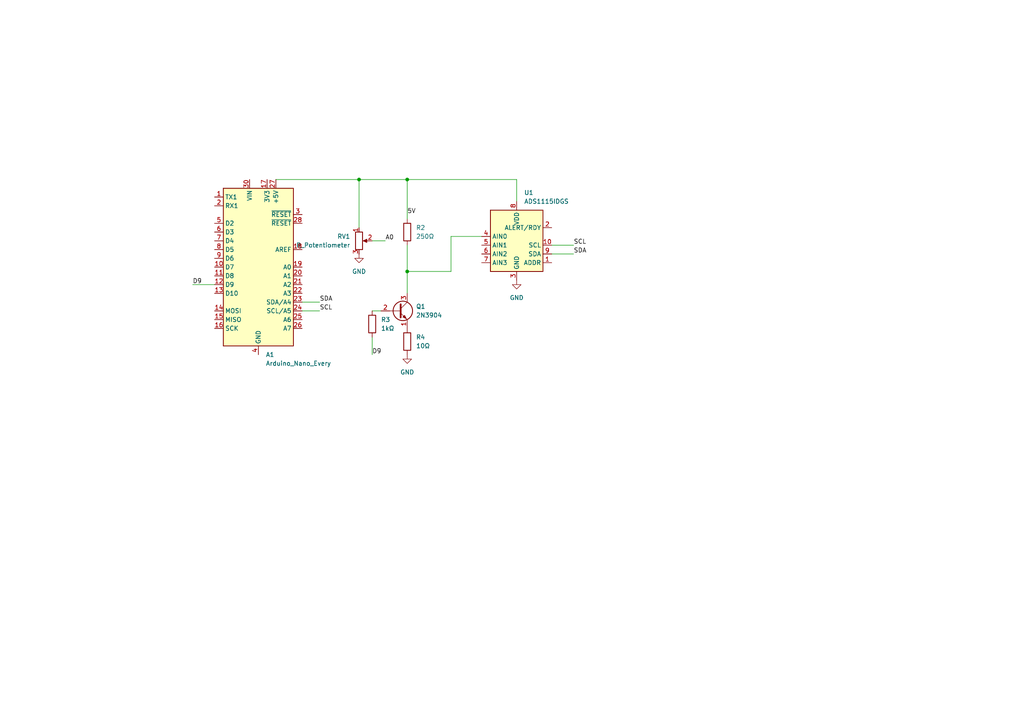
<source format=kicad_sch>
(kicad_sch (version 20250114) (generator "eeschema") (generator_version "9.0")
  (paper "A4")
  (title_block (title "Prototype Current Sensing") (date "2025-05-18"))
  (lib_symbols
    (symbol "Analog_ADC:ADS1115IDGS"
      (property "Reference" "U" (at 2.54 13.97 0))
      (property "Value" "ADS1115IDGS" (at 7.62 11.43 0))
      (symbol "ADS1115IDGS_0_1"
        (rectangle (start -7.62 10.16) (end 7.62 -7.62) (stroke (width 0.254)) (fill (type background)))
      )
      (symbol "ADS1115IDGS_1_1"
        (pin input line (at -10.16 2.54 0) (length 2.54) (name "AIN0") (number "4"))
        (pin input line (at -10.16 0 0) (length 2.54) (name "AIN1") (number "5"))
        (pin input line (at -10.16 -2.54 0) (length 2.54) (name "AIN2") (number "6"))
        (pin input line (at -10.16 -5.08 0) (length 2.54) (name "AIN3") (number "7"))
        (pin power_in line (at 0 12.7 270) (length 2.54) (name "VDD") (number "8"))
        (pin power_in line (at 0 -10.16 90) (length 2.54) (name "GND") (number "3"))
        (pin output line (at 10.16 5.08 180) (length 2.54) (name "ALERT/RDY") (number "2"))
        (pin input line (at 10.16 0 180) (length 2.54) (name "SCL") (number "10"))
        (pin bidirectional line (at 10.16 -2.54 180) (length 2.54) (name "SDA") (number "9"))
        (pin input line (at 10.16 -5.08 180) (length 2.54) (name "ADDR") (number "1"))
      )
    )
    (symbol "Device:R" (pin_numbers (hide yes)) (pin_names (offset 0))
      (property "Reference" "R" (at 2.032 0 90))
      (property "Value" "R" (at 0 0 90))
      (symbol "R_0_1"
        (rectangle (start -1.016 -2.54) (end 1.016 2.54) (stroke (width 0.254)))
      )
      (symbol "R_1_1"
        (pin passive line (at 0 3.81 270) (length 1.27) (name "~") (number "1"))
        (pin passive line (at 0 -3.81 90) (length 1.27) (name "~") (number "2"))
      )
    )
    (symbol "Device:R_Potentiometer" (pin_names (offset 1.016) (hide yes))
      (property "Reference" "RV" (at -4.445 0 90))
      (property "Value" "R_Potentiometer" (at -2.54 0 90))
      (symbol "R_Potentiometer_0_1"
        (rectangle (start 1.016 2.54) (end -1.016 -2.54) (stroke (width 0.254)))
        (polyline (pts (xy 1.143 0) (xy 2.286 0.508) (xy 2.286 -0.508) (xy 1.143 0)) (fill (type outline)))
        (polyline (pts (xy 2.54 0) (xy 1.524 0)))
      )
      (symbol "R_Potentiometer_1_1"
        (pin passive line (at 0 3.81 270) (length 1.27) (name "1") (number "1"))
        (pin passive line (at 0 -3.81 90) (length 1.27) (name "3") (number "3"))
        (pin passive line (at 3.81 0 180) (length 1.27) (name "2") (number "2"))
      )
    )
    (symbol "MCU_Module:Arduino_Nano_Every"
      (property "Reference" "A" (at -10.16 23.495 0))
      (property "Value" "Arduino_Nano_Every" (at 5.08 -24.13 0))
      (symbol "Arduino_Nano_Every_0_1"
        (rectangle (start -10.16 22.86) (end 10.16 -22.86) (stroke (width 0.254)) (fill (type background)))
      )
      (symbol "Arduino_Nano_Every_1_1"
        (pin bidirectional line (at -12.7 20.32 0) (length 2.54) (name "TX1") (number "1"))
        (pin bidirectional line (at -12.7 17.78 0) (length 2.54) (name "RX1") (number "2"))
        (pin bidirectional line (at -12.7 12.7 0) (length 2.54) (name "D2") (number "5"))
        (pin bidirectional line (at -12.7 10.16 0) (length 2.54) (name "D3") (number "6"))
        (pin bidirectional line (at -12.7 7.62 0) (length 2.54) (name "D4") (number "7"))
        (pin bidirectional line (at -12.7 5.08 0) (length 2.54) (name "D5") (number "8"))
        (pin bidirectional line (at -12.7 2.54 0) (length 2.54) (name "D6") (number "9"))
        (pin bidirectional line (at -12.7 0 0) (length 2.54) (name "D7") (number "10"))
        (pin bidirectional line (at -12.7 -2.54 0) (length 2.54) (name "D8") (number "11"))
        (pin bidirectional line (at -12.7 -5.08 0) (length 2.54) (name "D9") (number "12"))
        (pin bidirectional line (at -12.7 -7.62 0) (length 2.54) (name "D10") (number "13"))
        (pin bidirectional line (at -12.7 -12.7 0) (length 2.54) (name "MOSI") (number "14"))
        (pin bidirectional line (at -12.7 -15.24 0) (length 2.54) (name "MISO") (number "15"))
        (pin bidirectional line (at -12.7 -17.78 0) (length 2.54) (name "SCK") (number "16"))
        (pin power_in line (at -2.54 25.4 270) (length 2.54) (name "VIN") (number "30"))
        (pin passive line (at 0 -25.4 90) (length 2.54) (hide yes) (name "GND") (number "29"))
        (pin power_in line (at 0 -25.4 90) (length 2.54) (name "GND") (number "4"))
        (pin power_out line (at 2.54 25.4 270) (length 2.54) (name "3V3") (number "17"))
        (pin power_out line (at 5.08 25.4 270) (length 2.54) (name "+5V") (number "27"))
        (pin input line (at 12.7 15.24 180) (length 2.54) (name "~{RESET}") (number "3"))
        (pin input line (at 12.7 12.7 180) (length 2.54) (name "~{RESET}") (number "28"))
        (pin input line (at 12.7 5.08 180) (length 2.54) (name "AREF") (number "18"))
        (pin bidirectional line (at 12.7 0 180) (length 2.54) (name "A0") (number "19"))
        (pin bidirectional line (at 12.7 -2.54 180) (length 2.54) (name "A1") (number "20"))
        (pin bidirectional line (at 12.7 -5.08 180) (length 2.54) (name "A2") (number "21"))
        (pin bidirectional line (at 12.7 -7.62 180) (length 2.54) (name "A3") (number "22"))
        (pin bidirectional line (at 12.7 -10.16 180) (length 2.54) (name "SDA/A4") (number "23"))
        (pin bidirectional line (at 12.7 -12.7 180) (length 2.54) (name "SCL/A5") (number "24"))
        (pin bidirectional line (at 12.7 -15.24 180) (length 2.54) (name "A6") (number "25"))
        (pin bidirectional line (at 12.7 -17.78 180) (length 2.54) (name "A7") (number "26"))
      )
    )
    (symbol "Transistor_BJT:2N3904" (pin_names (offset 0) (hide yes))
      (property "Reference" "Q" (at 5.08 1.905 0))
      (property "Value" "2N3904" (at 5.08 0 0))
      (symbol "2N3904_0_1"
        (polyline (pts (xy -2.54 0) (xy 0.635 0)))
        (polyline (pts (xy 0.635 1.905) (xy 0.635 -1.905)) (stroke (width 0.508)))
        (circle (center 1.27 0) (radius 2.8194) (stroke (width 0.254)))
      )
      (symbol "2N3904_1_1"
        (polyline (pts (xy 0.635 0.635) (xy 2.54 2.54)))
        (polyline (pts (xy 0.635 -0.635) (xy 2.54 -2.54)))
        (polyline (pts (xy 1.27 -1.778) (xy 1.778 -1.27) (xy 2.286 -2.286) (xy 1.27 -1.778)) (fill (type outline)))
        (pin input line (at -5.08 0 0) (length 2.54) (name "B") (number "2"))
        (pin passive line (at 2.54 5.08 270) (length 2.54) (name "C") (number "3"))
        (pin passive line (at 2.54 -5.08 90) (length 2.54) (name "E") (number "1"))
      )
    )
    (symbol "power:GND" (power) (pin_numbers (hide yes)) (pin_names (offset 0) (hide yes))
      (property "Value" "GND" (at 0 -3.81 0))
      (symbol "GND_0_1"
        (polyline (pts (xy 0 0) (xy 0 -1.27) (xy 1.27 -1.27) (xy 0 -2.54) (xy -1.27 -1.27) (xy 0 -1.27)))
      )
      (symbol "GND_1_1"
        (pin power_in line (at 0 0 270) (length 0) (name "~") (number "1"))
      )
    )
  )
  (junction (at 104.14 52.07))
  (junction (at 118.11 52.07))
  (junction (at 118.11 78.74))
  (wire (pts (xy 118.11 78.74) (xy 118.11 85.09)))
  (wire (pts (xy 160.02 73.66) (xy 166.37 73.66)))
  (wire (pts (xy 130.81 78.74) (xy 118.11 78.74)))
  (wire (pts (xy 107.95 97.79) (xy 107.95 102.87)))
  (wire (pts (xy 80.01 52.07) (xy 104.14 52.07)))
  (wire (pts (xy 87.63 90.17) (xy 92.71 90.17)))
  (wire (pts (xy 149.86 52.07) (xy 118.11 52.07)))
  (wire (pts (xy 118.11 63.5) (xy 118.11 52.07)))
  (wire (pts (xy 149.86 58.42) (xy 149.86 52.07)))
  (wire (pts (xy 87.63 87.63) (xy 92.71 87.63)))
  (wire (pts (xy 130.81 68.58) (xy 130.81 78.74)))
  (wire (pts (xy 107.95 69.85) (xy 111.76 69.85)))
  (wire (pts (xy 55.88 82.55) (xy 62.23 82.55)))
  (wire (pts (xy 107.95 90.17) (xy 110.49 90.17)))
  (wire (pts (xy 104.14 52.07) (xy 118.11 52.07)))
  (wire (pts (xy 118.11 71.12) (xy 118.11 78.74)))
  (wire (pts (xy 160.02 71.12) (xy 166.37 71.12)))
  (wire (pts (xy 139.7 68.58) (xy 130.81 68.58)))
  (wire (pts (xy 104.14 52.07) (xy 104.14 66.04)))
  (label "SDA" (at 92.71 87.63 0))
  (label "A0" (at 111.76 69.85 0))
  (label "SCL" (at 92.71 90.17 0))
  (label "D9" (at 55.88 82.55 0))
  (label "D9" (at 107.95 102.87 0))
  (label "SCL" (at 166.37 71.12 0))
  (label "SDA" (at 166.37 73.66 0))
  (label "5V" (at 118.11 62.23 0))
  (symbol (lib_id "power:GND") (at 149.86 81.28 0) (unit 1)
    (property "Reference" "#PWR03" (effects (hide yes)))
    (property "Value" "GND" (at 149.86 86.36 0))
    (property "Description" "Power symbol creates a global label with name \"GND\" , ground" (effects (hide yes)))
  )
  (symbol (lib_id "Transistor_BJT:2N3904") (at 115.57 90.17 0) (unit 1)
    (property "Reference" "Q1" (at 120.65 88.8999 0) (effects (justify left)))
    (property "Value" "2N3904" (at 120.65 91.4399 0) (effects (justify left)))
    (property "Footprint" "Package_TO_SOT_THT:TO-92_Inline" (effects (hide yes)))
    (property "Datasheet" "https://www.onsemi.com/pub/Collateral/2N3903-D.PDF" (effects (hide yes)))
    (property "Description" "0.2A Ic, 40V Vce, Small Signal NPN Transistor, TO-92" (effects (hide yes)))
  )
  (symbol (lib_id "power:GND") (at 118.11 102.87 0) (unit 1)
    (property "Reference" "#PWR01" (effects (hide yes)))
    (property "Value" "GND" (at 118.11 107.95 0))
    (property "Description" "Power symbol creates a global label with name \"GND\" , ground" (effects (hide yes)))
  )
  (symbol (lib_id "Device:R") (at 118.11 67.31 0) (unit 1)
    (property "Reference" "R2" (at 120.65 66.0399 0) (effects (justify left)))
    (property "Value" "250Ω" (at 120.65 68.5799 0) (effects (justify left)))
    (property "Description" "Resistor" (effects (hide yes)))
  )
  (symbol (lib_id "MCU_Module:Arduino_Nano_Every") (at 74.93 77.47 0) (unit 1)
    (property "Reference" "A1" (at 77.0733 102.87 0) (effects (justify left)))
    (property "Value" "Arduino_Nano_Every" (at 77.0733 105.41 0) (effects (justify left)))
    (property "Footprint" "Module:Arduino_Nano" (effects (hide yes)))
    (property "Datasheet" "https://content.arduino.cc/assets/NANOEveryV3.0_sch.pdf" (effects (hide yes)))
    (property "Description" "Arduino Nano Every" (effects (hide yes)))
  )
  (symbol (lib_id "Device:R") (at 118.11 99.06 0) (unit 1)
    (property "Reference" "R4" (at 120.65 97.7899 0) (effects (justify left)))
    (property "Value" "10Ω" (at 120.65 100.3299 0) (effects (justify left)))
    (property "Description" "Resistor" (effects (hide yes)))
  )
  (symbol (lib_id "Device:R_Potentiometer") (at 104.14 69.85 0) (unit 1)
    (property "Reference" "RV1" (at 101.6 68.5799 0) (effects (justify right)))
    (property "Value" "R_Potentiometer" (at 101.6 71.1199 0) (effects (justify right)))
    (property "Description" "Potentiometer" (effects (hide yes)))
  )
  (symbol (lib_id "Device:R") (at 107.95 93.98 0) (unit 1)
    (property "Reference" "R3" (at 110.49 92.7099 0) (effects (justify left)))
    (property "Value" "1kΩ" (at 110.49 95.2499 0) (effects (justify left)))
    (property "Description" "Resistor" (effects (hide yes)))
  )
  (symbol (lib_id "Analog_ADC:ADS1115IDGS") (at 149.86 71.12 0) (unit 1)
    (property "Reference" "U1" (at 152.0033 55.88 0) (effects (justify left)))
    (property "Value" "ADS1115IDGS" (at 152.0033 58.42 0) (effects (justify left)))
    (property "Footprint" "Package_SO:TSSOP-10_3x3mm_P0.5mm" (effects (hide yes)))
    (property "Datasheet" "http://www.ti.com/lit/ds/symlink/ads1113.pdf" (effects (hide yes)))
    (property "Description" "Ultra-Small, Low-Power, I2C-Compatible, 860-SPS, 16-Bit ADCs With Internal Reference, Oscillator, and Programmable Comparator, VSSOP-10" (effects (hide yes)))
  )
  (symbol (lib_id "power:GND") (at 104.14 73.66 0) (unit 1)
    (property "Reference" "#PWR02" (effects (hide yes)))
    (property "Value" "GND" (at 104.14 78.74 0))
    (property "Description" "Power symbol creates a global label with name \"GND\" , ground" (effects (hide yes)))
  )
)
</source>
